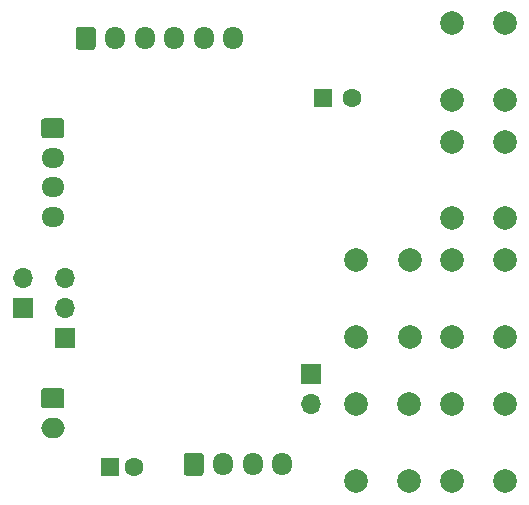
<source format=gbs>
G04 #@! TF.GenerationSoftware,KiCad,Pcbnew,5.1.9+dfsg1-1+deb11u1*
G04 #@! TF.CreationDate,2023-05-29T16:58:53+09:00*
G04 #@! TF.ProjectId,bluetooth_JDY-67_dev_board,626c7565-746f-46f7-9468-5f4a44592d36,rev?*
G04 #@! TF.SameCoordinates,Original*
G04 #@! TF.FileFunction,Soldermask,Bot*
G04 #@! TF.FilePolarity,Negative*
%FSLAX46Y46*%
G04 Gerber Fmt 4.6, Leading zero omitted, Abs format (unit mm)*
G04 Created by KiCad (PCBNEW 5.1.9+dfsg1-1+deb11u1) date 2023-05-29 16:58:53*
%MOMM*%
%LPD*%
G01*
G04 APERTURE LIST*
%ADD10R,1.600000X1.600000*%
%ADD11C,1.600000*%
%ADD12O,2.000000X1.700000*%
%ADD13R,1.700000X1.700000*%
%ADD14O,1.700000X1.700000*%
%ADD15O,1.950000X1.700000*%
%ADD16O,1.700000X1.950000*%
%ADD17C,2.000000*%
G04 APERTURE END LIST*
D10*
X106204000Y-116332000D03*
D11*
X108204000Y-116332000D03*
G36*
G01*
X100596000Y-109640000D02*
X102096000Y-109640000D01*
G75*
G02*
X102346000Y-109890000I0J-250000D01*
G01*
X102346000Y-111090000D01*
G75*
G02*
X102096000Y-111340000I-250000J0D01*
G01*
X100596000Y-111340000D01*
G75*
G02*
X100346000Y-111090000I0J250000D01*
G01*
X100346000Y-109890000D01*
G75*
G02*
X100596000Y-109640000I250000J0D01*
G01*
G37*
D12*
X101346000Y-112990000D03*
D13*
X98806000Y-102870000D03*
D14*
X98806000Y-100330000D03*
G36*
G01*
X100621000Y-86780000D02*
X102071000Y-86780000D01*
G75*
G02*
X102321000Y-87030000I0J-250000D01*
G01*
X102321000Y-88230000D01*
G75*
G02*
X102071000Y-88480000I-250000J0D01*
G01*
X100621000Y-88480000D01*
G75*
G02*
X100371000Y-88230000I0J250000D01*
G01*
X100371000Y-87030000D01*
G75*
G02*
X100621000Y-86780000I250000J0D01*
G01*
G37*
D15*
X101346000Y-90130000D03*
X101346000Y-92630000D03*
X101346000Y-95130000D03*
D16*
X120784000Y-116078000D03*
X118284000Y-116078000D03*
X115784000Y-116078000D03*
G36*
G01*
X112434000Y-116803000D02*
X112434000Y-115353000D01*
G75*
G02*
X112684000Y-115103000I250000J0D01*
G01*
X113884000Y-115103000D01*
G75*
G02*
X114134000Y-115353000I0J-250000D01*
G01*
X114134000Y-116803000D01*
G75*
G02*
X113884000Y-117053000I-250000J0D01*
G01*
X112684000Y-117053000D01*
G75*
G02*
X112434000Y-116803000I0J250000D01*
G01*
G37*
D14*
X123190000Y-110998000D03*
D13*
X123190000Y-108458000D03*
X102362000Y-105410000D03*
D14*
X102362000Y-102870000D03*
X102362000Y-100330000D03*
G36*
G01*
X103290000Y-80735000D02*
X103290000Y-79285000D01*
G75*
G02*
X103540000Y-79035000I250000J0D01*
G01*
X104740000Y-79035000D01*
G75*
G02*
X104990000Y-79285000I0J-250000D01*
G01*
X104990000Y-80735000D01*
G75*
G02*
X104740000Y-80985000I-250000J0D01*
G01*
X103540000Y-80985000D01*
G75*
G02*
X103290000Y-80735000I0J250000D01*
G01*
G37*
D16*
X106640000Y-80010000D03*
X109140000Y-80010000D03*
X111640000Y-80010000D03*
X114140000Y-80010000D03*
X116640000Y-80010000D03*
D10*
X124206000Y-85090000D03*
D11*
X126706000Y-85090000D03*
D17*
X139628000Y-95250000D03*
X135128000Y-95250000D03*
X139628000Y-88750000D03*
X135128000Y-88750000D03*
X135128000Y-110998000D03*
X139628000Y-110998000D03*
X135128000Y-117498000D03*
X139628000Y-117498000D03*
X131500000Y-117475000D03*
X127000000Y-117475000D03*
X131500000Y-110975000D03*
X127000000Y-110975000D03*
X127072000Y-98806000D03*
X131572000Y-98806000D03*
X127072000Y-105306000D03*
X131572000Y-105306000D03*
X139628000Y-105306000D03*
X135128000Y-105306000D03*
X139628000Y-98806000D03*
X135128000Y-98806000D03*
X135128000Y-78740000D03*
X139628000Y-78740000D03*
X135128000Y-85240000D03*
X139628000Y-85240000D03*
M02*

</source>
